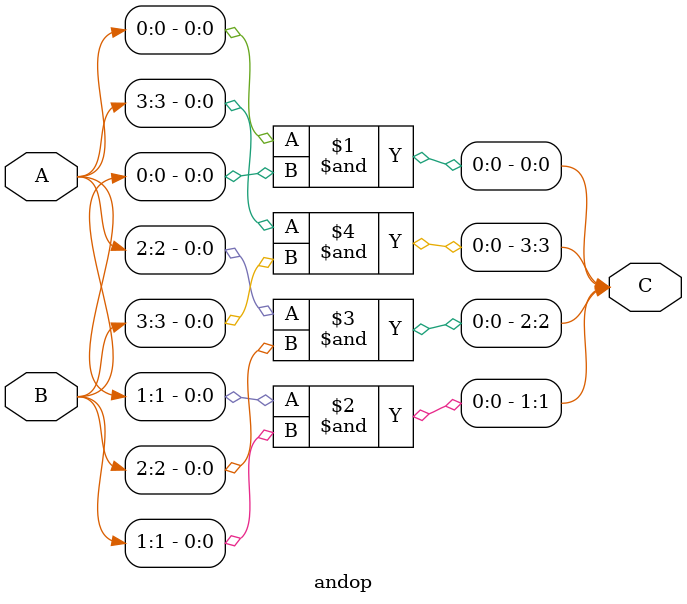
<source format=v>
`timescale 1ns / 1ps
module andop(A,B,C
    );
	 parameter N=4;
	 input [N-1:0] A,B;
	 output [N-1:0] C;
	 genvar p;
	 
	 generate 
	 for(p = 0; p<N; p = p+1)
	 begin : and1p
	 and AG(C[p],A[p],B[p]);
	 end
	 endgenerate

endmodule

</source>
